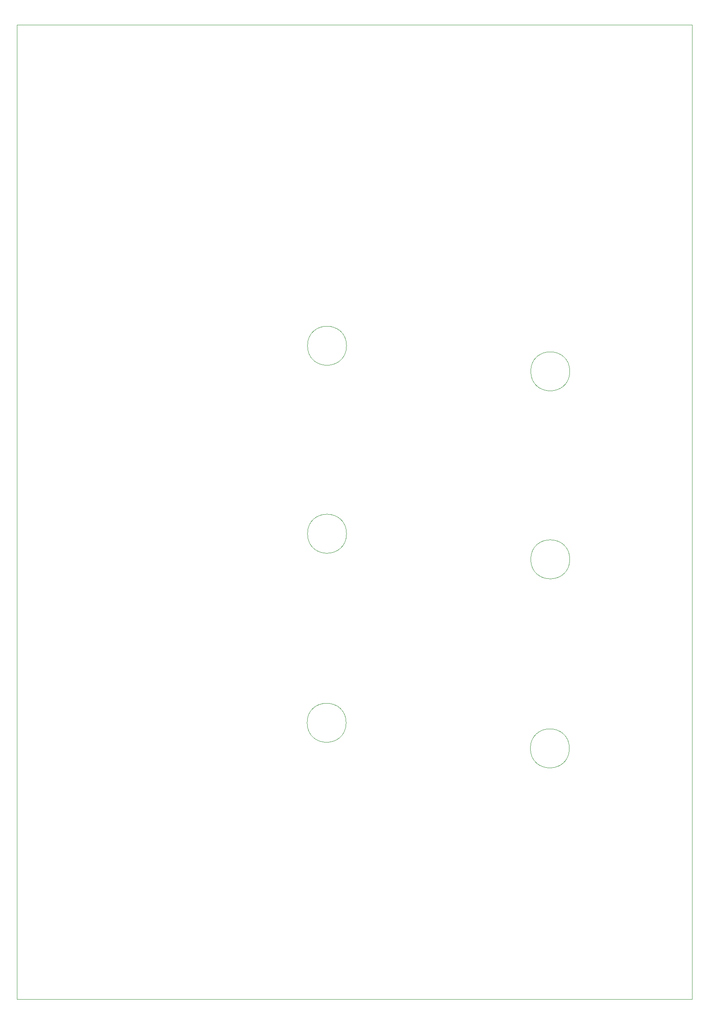
<source format=gbr>
%TF.GenerationSoftware,KiCad,Pcbnew,7.0.7*%
%TF.CreationDate,2023-10-22T18:31:29-04:00*%
%TF.ProjectId,HV servo drive v1,48562073-6572-4766-9f20-647269766520,rev?*%
%TF.SameCoordinates,Original*%
%TF.FileFunction,Profile,NP*%
%FSLAX46Y46*%
G04 Gerber Fmt 4.6, Leading zero omitted, Abs format (unit mm)*
G04 Created by KiCad (PCBNEW 7.0.7) date 2023-10-22 18:31:29*
%MOMM*%
%LPD*%
G01*
G04 APERTURE LIST*
%TA.AperFunction,Profile*%
%ADD10C,0.100000*%
%TD*%
%TA.AperFunction,Profile*%
%ADD11C,0.120000*%
%TD*%
G04 APERTURE END LIST*
D10*
X310250000Y-51655628D02*
X448622000Y-51655628D01*
X448622000Y-251269628D01*
X310250000Y-251269628D01*
X310250000Y-51655628D01*
D11*
%TO.C,Q4*%
X377788236Y-117401969D02*
G75*
G03*
X377788236Y-117401969I-4000000J0D01*
G01*
%TO.C,Q1*%
X423561764Y-161148031D02*
G75*
G03*
X423561764Y-161148031I-4000000J0D01*
G01*
%TO.C,Q6*%
X377708022Y-194620597D02*
G75*
G03*
X377708022Y-194620597I-4000000J0D01*
G01*
%TO.C,Q2*%
X377788236Y-155901969D02*
G75*
G03*
X377788236Y-155901969I-4000000J0D01*
G01*
%TO.C,Q5*%
X423481550Y-199866659D02*
G75*
G03*
X423481550Y-199866659I-4000000J0D01*
G01*
%TO.C,Q3*%
X423561764Y-122648031D02*
G75*
G03*
X423561764Y-122648031I-4000000J0D01*
G01*
%TD*%
M02*

</source>
